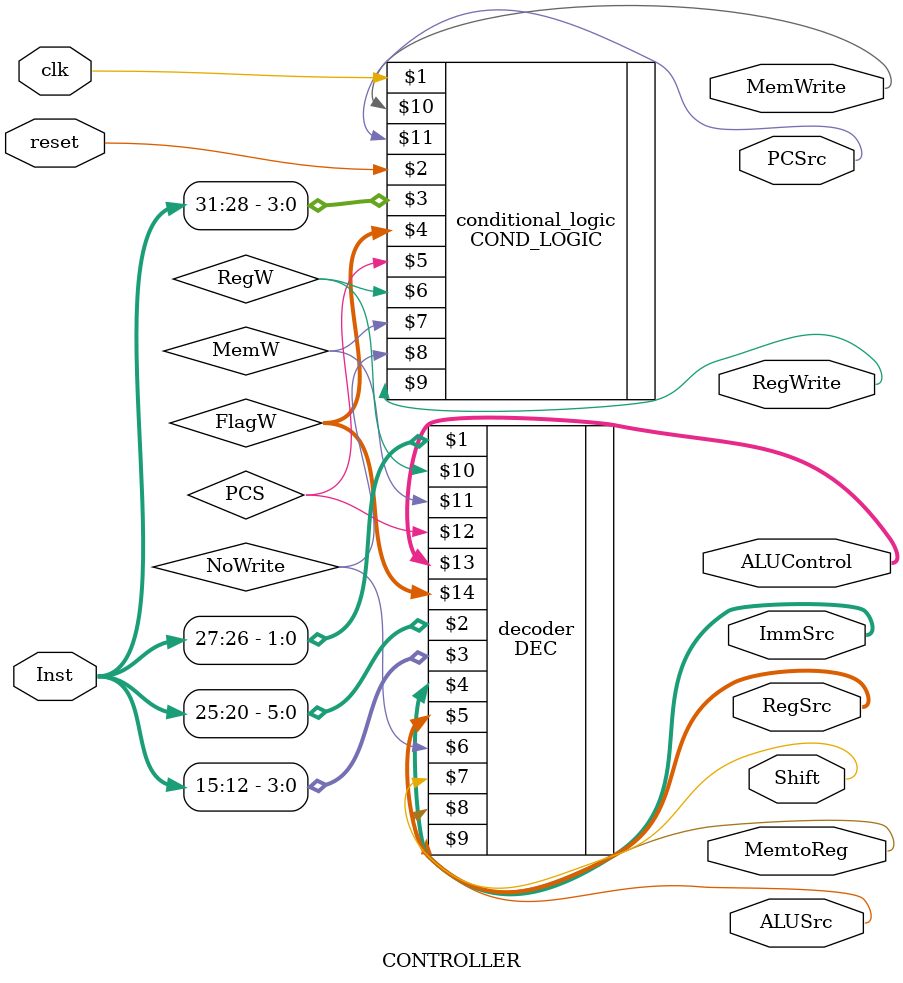
<source format=v>
module CONTROLLER(input  clk, reset,
						input  [31:0] Inst,
						output  [1:0] RegSrc,
						output  RegWrite,
						output  [1:0] ImmSrc,
						output  ALUSrc,
						output  [1:0] ALUControl,
						output  MemWrite, MemtoReg,
						output  PCSrc, Shift);
						
   wire[1:0] FlagW;
	wire PCS, RegW, MemW;
		 
	DEC decoder(Inst[27:26], Inst[25:20], Inst[15:12],
					ImmSrc, RegSrc, NoWrite, Shift,
					MemtoReg, ALUSrc, RegW, MemW, PCS, 
					ALUControl, FlagW);

	COND_LOGIC conditional_logic(clk, reset, Inst[31:28],
										  FlagW, PCS, RegW, MemW, NoWrite,
										  RegWrite, MemWrite, PCSrc);
			
endmodule
</source>
